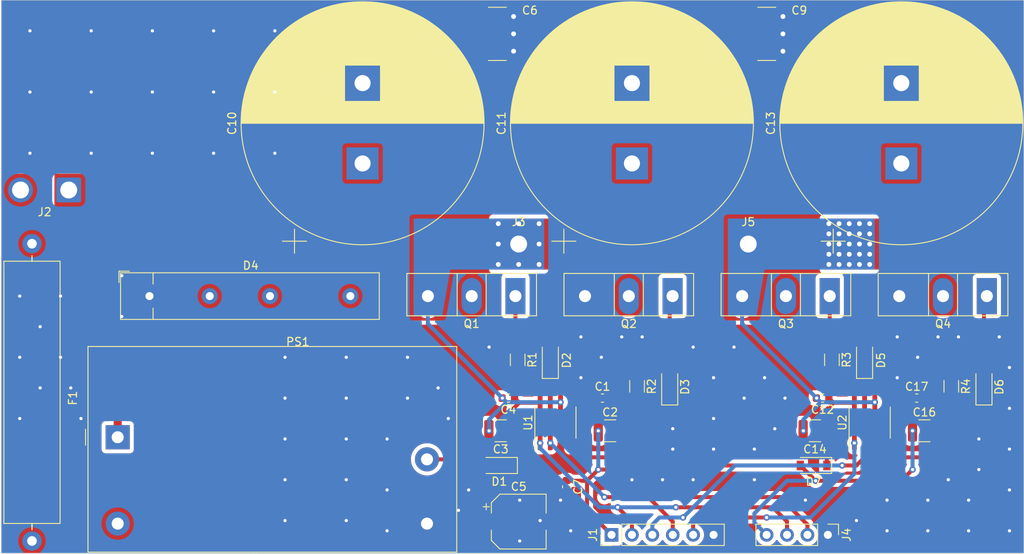
<source format=kicad_pcb>
(kicad_pcb (version 20171130) (host pcbnew "(5.1.9)-1")
  (title_block (title VFD) (date 2021-02-10) (rev 1.0) (company "Sean Olson"))
  (layers (0 F.Cu signal) (31 B.Cu signal) (34 B.Paste user) (35 F.Paste user) (36 B.SilkS user) (37 F.SilkS user) (38 B.Mask user) (39 F.Mask user) (44 Edge.Cuts user))
  (net 0 "")
  (net 1 GND)
  (net 2 +12V)
  (net 3 VOUT_A)
  (net 4 "Net-(C3-Pad1)")
  (net 5 VCC)
  (net 6 VOUT_B)
  (net 7 "Net-(C12-Pad1)")
  (net 8 "Net-(D2-Pad2)")
  (net 9 "Net-(D2-Pad1)")
  (net 10 "Net-(D3-Pad2)")
  (net 11 "Net-(D3-Pad1)")
  (net 12 "Net-(D4-Pad2)")
  (net 13 NEUT)
  (net 14 "Net-(D5-Pad2)")
  (net 15 "Net-(D5-Pad1)")
  (net 16 "Net-(D6-Pad2)")
  (net 17 "Net-(D6-Pad1)")
  (net 18 LINE)
  (net 19 DRV_C)
  (net 20 DRV_B)
  (net 21 DRV_D)
  (net 22 DRV_A)
  (module Connector_Wire:SolderWire-1.5sqmm_1x01_D1.7mm_OD3mm (layer F.Cu) (at 178.308 96.139)
    (fp_text reference J5 (at 0 -2.75) (layer F.SilkS))
    (fp_text value Screw_Terminal_01x01)
    (pad 1 thru_hole roundrect (at 0 0) (size 3.1 3.1) (drill 2.1) (layers *.Cu *.Mask) (roundrect_rratio 0.08064499999999999) (net 6 VOUT_B))
  )
  (module Connector_Wire:SolderWire-1.5sqmm_1x01_D1.7mm_OD3mm (layer F.Cu) (at 149.733 96.139)
    (fp_text reference J3 (at 0 -2.75) (layer F.SilkS))
    (fp_text value Screw_Terminal_01x01)
    (pad 1 thru_hole roundrect (at 0 0) (size 3.1 3.1) (drill 2.1) (layers *.Cu *.Mask) (roundrect_rratio 0.08064499999999999) (net 3 VOUT_A))
  )
  (module Capacitor_THT:CP_Radial_D30.0mm_P10.00mm_SnapIn (layer F.Cu) (at 130.302 86.106 90)
    (fp_text reference C10 (at 5 -16.25 90) (layer F.SilkS))
    (fp_text value 2200u)
    (pad 2 thru_hole circle (at 10 0 90) (size 4 4) (drill 2) (layers *.Cu *.Mask) (net 1 GND))
    (pad 1 thru_hole rect (at 0 0 90) (size 4 4) (drill 2) (layers *.Cu *.Mask) (net 5 VCC))
  )
  (module Resistor_SMD:R_1206_3216Metric (layer F.Cu) (at 149.606 110.5515 270)
    (fp_text reference R1 (at 0 -1.82 90) (layer F.SilkS))
    (fp_text value 0)
    (pad 2 smd roundrect (at 1.4625 0 270) (size 1.125 1.75) (layers F.Cu F.Paste F.Mask) (roundrect_rratio 0.222222) (net 9 "Net-(D2-Pad1)"))
    (pad 1 smd roundrect (at -1.4625 0 270) (size 1.125 1.75) (layers F.Cu F.Paste F.Mask) (roundrect_rratio 0.222222) (net 8 "Net-(D2-Pad2)"))
  )
  (module Diode_SMD:D_SOD-123 (layer F.Cu) (at 186.437 123.698 180)
    (fp_text reference D7 (at 0 -2) (layer F.SilkS))
    (fp_text value D)
    (pad 1 smd rect (at -1.65 0 180) (size 0.9 1.2) (layers F.Cu F.Paste F.Mask) (net 7 "Net-(C12-Pad1)"))
    (pad 2 smd rect (at 1.65 0 180) (size 0.9 1.2) (layers F.Cu F.Paste F.Mask) (net 2 +12V))
  )
  (module Diode_SMD:D_SOD-123 (layer F.Cu) (at 192.786 110.618 90)
    (fp_text reference D5 (at 0 2.032 90) (layer F.SilkS))
    (fp_text value D)
    (pad 1 smd rect (at -1.65 0 90) (size 0.9 1.2) (layers F.Cu F.Paste F.Mask) (net 15 "Net-(D5-Pad1)"))
    (pad 2 smd rect (at 1.65 0 90) (size 0.9 1.2) (layers F.Cu F.Paste F.Mask) (net 14 "Net-(D5-Pad2)"))
  )
  (module Diode_SMD:D_SOD-123 (layer F.Cu) (at 207.645 113.92 90)
    (fp_text reference D6 (at 0 1.905 90) (layer F.SilkS))
    (fp_text value D)
    (pad 1 smd rect (at -1.65 0 90) (size 0.9 1.2) (layers F.Cu F.Paste F.Mask) (net 17 "Net-(D6-Pad1)"))
    (pad 2 smd rect (at 1.65 0 90) (size 0.9 1.2) (layers F.Cu F.Paste F.Mask) (net 16 "Net-(D6-Pad2)"))
  )
  (module Package_SO:SOIC-8_3.9x4.9mm_P1.27mm (layer F.Cu) (at 193.421 118.364 90)
    (fp_text reference U2 (at 0 -3.4 90) (layer F.SilkS))
    (fp_text value 2ED2182S06F)
    (pad 1 smd roundrect (at -2.475 -1.905 90) (size 1.95 0.6) (layers F.Cu F.Paste F.Mask) (net 19 DRV_C))
    (pad 2 smd roundrect (at -2.475 -0.635 90) (size 1.95 0.6) (layers F.Cu F.Paste F.Mask) (net 21 DRV_D))
    (pad 3 smd roundrect (at -2.475 0.635 90) (size 1.95 0.6) (layers F.Cu F.Paste F.Mask) (net 1 GND))
    (pad 4 smd roundrect (at -2.475 1.905 90) (size 1.95 0.6) (layers F.Cu F.Paste F.Mask) (net 17 "Net-(D6-Pad1)"))
    (pad 5 smd roundrect (at 2.475 1.905 90) (size 1.95 0.6) (layers F.Cu F.Paste F.Mask) (net 2 +12V))
    (pad 6 smd roundrect (at 2.475 0.635 90) (size 1.95 0.6) (layers F.Cu F.Paste F.Mask) (net 6 VOUT_B))
    (pad 7 smd roundrect (at 2.475 -0.635 90) (size 1.95 0.6) (layers F.Cu F.Paste F.Mask) (net 15 "Net-(D5-Pad1)"))
    (pad 8 smd roundrect (at 2.475 -1.905 90) (size 1.95 0.6) (layers F.Cu F.Paste F.Mask) (net 7 "Net-(C12-Pad1)"))
  )
  (module Package_TO_SOT_THT:TO-247-3_Vertical (layer F.Cu) (at 188.446 102.616 180)
    (fp_text reference Q3 (at 5.45 -3.45) (layer F.SilkS))
    (fp_text value IPW60R037P7)
    (pad 1 thru_hole rect (at 0 0 180) (size 2.5 4.5) (drill 1.5) (layers *.Cu *.Mask) (net 14 "Net-(D5-Pad2)"))
    (pad 2 thru_hole oval (at 5.45 0 180) (size 2.5 4.5) (drill 1.5) (layers *.Cu *.Mask) (net 5 VCC))
    (pad 3 thru_hole oval (at 10.9 0 180) (size 2.5 4.5) (drill 1.5) (layers *.Cu *.Mask) (net 6 VOUT_B))
  )
  (module Package_TO_SOT_THT:TO-247-3_Vertical (layer F.Cu) (at 208.004 102.616 180)
    (fp_text reference Q4 (at 5.45 -3.45) (layer F.SilkS))
    (fp_text value IPW60R037P7)
    (pad 1 thru_hole rect (at 0 0 180) (size 2.5 4.5) (drill 1.5) (layers *.Cu *.Mask) (net 16 "Net-(D6-Pad2)"))
    (pad 2 thru_hole oval (at 5.45 0 180) (size 2.5 4.5) (drill 1.5) (layers *.Cu *.Mask) (net 6 VOUT_B))
    (pad 3 thru_hole oval (at 10.9 0 180) (size 2.5 4.5) (drill 1.5) (layers *.Cu *.Mask) (net 1 GND))
  )
  (module Resistor_SMD:R_1206_3216Metric (layer F.Cu) (at 188.722 110.5515 270)
    (fp_text reference R3 (at 0 -1.82 90) (layer F.SilkS))
    (fp_text value 0)
    (pad 1 smd roundrect (at -1.4625 0 270) (size 1.125 1.75) (layers F.Cu F.Paste F.Mask) (roundrect_rratio 0.222222) (net 14 "Net-(D5-Pad2)"))
    (pad 2 smd roundrect (at 1.4625 0 270) (size 1.125 1.75) (layers F.Cu F.Paste F.Mask) (roundrect_rratio 0.222222) (net 15 "Net-(D5-Pad1)"))
  )
  (module Resistor_SMD:R_1206_3216Metric (layer F.Cu) (at 203.581 113.8535 270)
    (fp_text reference R4 (at 0 -1.82 90) (layer F.SilkS))
    (fp_text value 0)
    (pad 1 smd roundrect (at -1.4625 0 270) (size 1.125 1.75) (layers F.Cu F.Paste F.Mask) (roundrect_rratio 0.222222) (net 16 "Net-(D6-Pad2)"))
    (pad 2 smd roundrect (at 1.4625 0 270) (size 1.125 1.75) (layers F.Cu F.Paste F.Mask) (roundrect_rratio 0.222222) (net 17 "Net-(D6-Pad1)"))
  )
  (module Capacitor_SMD:C_1210_3225Metric (layer F.Cu) (at 200.23 119.38)
    (fp_text reference C16 (at 0 -2.3) (layer F.SilkS))
    (fp_text value 10u)
    (pad 1 smd roundrect (at -1.475 0) (size 1.15 2.7) (layers F.Cu F.Paste F.Mask) (roundrect_rratio 0.217391) (net 2 +12V))
    (pad 2 smd roundrect (at 1.475 0) (size 1.15 2.7) (layers F.Cu F.Paste F.Mask) (roundrect_rratio 0.217391) (net 1 GND))
  )
  (module Capacitor_SMD:C_0603_1608Metric (layer F.Cu) (at 199.276 115.316)
    (fp_text reference C17 (at 0 -1.43) (layer F.SilkS))
    (fp_text value 0.1u)
    (pad 1 smd roundrect (at -0.775 0) (size 0.9 0.95) (layers F.Cu F.Paste F.Mask) (net 2 +12V))
    (pad 2 smd roundrect (at 0.775 0) (size 0.9 0.95) (layers F.Cu F.Paste F.Mask) (net 1 GND))
  )
  (module Capacitor_SMD:C_1210_3225Metric (layer F.Cu) (at 186.612 119.38 180)
    (fp_text reference C14 (at 0 -2.3) (layer F.SilkS))
    (fp_text value 10u)
    (pad 1 smd roundrect (at -1.475 0 180) (size 1.15 2.7) (layers F.Cu F.Paste F.Mask) (roundrect_rratio 0.217391) (net 7 "Net-(C12-Pad1)"))
    (pad 2 smd roundrect (at 1.475 0 180) (size 1.15 2.7) (layers F.Cu F.Paste F.Mask) (roundrect_rratio 0.217391) (net 6 VOUT_B))
  )
  (module Capacitor_SMD:C_0603_1608Metric (layer F.Cu) (at 187.566 115.316 180)
    (fp_text reference C12 (at 0 -1.43) (layer F.SilkS))
    (fp_text value 0.1u)
    (pad 1 smd roundrect (at -0.775 0 180) (size 0.9 0.95) (layers F.Cu F.Paste F.Mask) (net 7 "Net-(C12-Pad1)"))
    (pad 2 smd roundrect (at 0.775 0 180) (size 0.9 0.95) (layers F.Cu F.Paste F.Mask) (net 6 VOUT_B))
  )
  (module Resistor_SMD:R_1206_3216Metric (layer F.Cu) (at 164.465 113.8535 270)
    (fp_text reference R2 (at 0 -1.82 90) (layer F.SilkS))
    (fp_text value 0)
    (pad 2 smd roundrect (at 1.4625 0 270) (size 1.125 1.75) (layers F.Cu F.Paste F.Mask) (roundrect_rratio 0.222222) (net 11 "Net-(D3-Pad1)"))
    (pad 1 smd roundrect (at -1.4625 0 270) (size 1.125 1.75) (layers F.Cu F.Paste F.Mask) (roundrect_rratio 0.222222) (net 10 "Net-(D3-Pad2)"))
  )
  (module Package_SO:SOIC-8_3.9x4.9mm_P1.27mm (layer F.Cu) (at 154.305 118.364 90)
    (fp_text reference U1 (at 0 -3.4 90) (layer F.SilkS))
    (fp_text value 2ED2182S06F)
    (pad 8 smd roundrect (at 2.475 -1.905 90) (size 1.95 0.6) (layers F.Cu F.Paste F.Mask) (net 4 "Net-(C3-Pad1)"))
    (pad 7 smd roundrect (at 2.475 -0.635 90) (size 1.95 0.6) (layers F.Cu F.Paste F.Mask) (net 9 "Net-(D2-Pad1)"))
    (pad 6 smd roundrect (at 2.475 0.635 90) (size 1.95 0.6) (layers F.Cu F.Paste F.Mask) (net 3 VOUT_A))
    (pad 5 smd roundrect (at 2.475 1.905 90) (size 1.95 0.6) (layers F.Cu F.Paste F.Mask) (net 2 +12V))
    (pad 4 smd roundrect (at -2.475 1.905 90) (size 1.95 0.6) (layers F.Cu F.Paste F.Mask) (net 11 "Net-(D3-Pad1)"))
    (pad 3 smd roundrect (at -2.475 0.635 90) (size 1.95 0.6) (layers F.Cu F.Paste F.Mask) (net 1 GND))
    (pad 2 smd roundrect (at -2.475 -0.635 90) (size 1.95 0.6) (layers F.Cu F.Paste F.Mask) (net 20 DRV_B))
    (pad 1 smd roundrect (at -2.475 -1.905 90) (size 1.95 0.6) (layers F.Cu F.Paste F.Mask) (net 22 DRV_A))
  )
  (module Package_TO_SOT_THT:TO-247-3_Vertical (layer F.Cu) (at 168.888 102.616 180)
    (fp_text reference Q2 (at 5.45 -3.45) (layer F.SilkS))
    (fp_text value IPW60R037P7)
    (pad 3 thru_hole oval (at 10.9 0 180) (size 2.5 4.5) (drill 1.5) (layers *.Cu *.Mask) (net 1 GND))
    (pad 2 thru_hole oval (at 5.45 0 180) (size 2.5 4.5) (drill 1.5) (layers *.Cu *.Mask) (net 3 VOUT_A))
    (pad 1 thru_hole rect (at 0 0 180) (size 2.5 4.5) (drill 1.5) (layers *.Cu *.Mask) (net 10 "Net-(D3-Pad2)"))
  )
  (module Package_TO_SOT_THT:TO-247-3_Vertical (layer F.Cu) (at 149.33 102.616 180)
    (fp_text reference Q1 (at 5.45 -3.45) (layer F.SilkS))
    (fp_text value IPW60R037P7)
    (pad 3 thru_hole oval (at 10.9 0 180) (size 2.5 4.5) (drill 1.5) (layers *.Cu *.Mask) (net 3 VOUT_A))
    (pad 2 thru_hole oval (at 5.45 0 180) (size 2.5 4.5) (drill 1.5) (layers *.Cu *.Mask) (net 5 VCC))
    (pad 1 thru_hole rect (at 0 0 180) (size 2.5 4.5) (drill 1.5) (layers *.Cu *.Mask) (net 8 "Net-(D2-Pad2)"))
  )
  (module Converter_ACDC:Converter_ACDC_MeanWell_IRM-05-xx_THT (layer F.Cu) (at 99.822 120.186)
    (fp_text reference PS1 (at 22.42 -11.88) (layer F.SilkS))
    (fp_text value IRM-05-12)
    (pad 1 thru_hole rect (at 0 0) (size 3 3) (drill 1.5) (layers *.Cu *.Mask) (net 13 NEUT))
    (pad 4 thru_hole circle (at 38.5 2.75) (size 3 3) (drill 1.5) (layers *.Cu *.Mask) (net 2 +12V))
    (pad 2 thru_hole circle (at 0 10.75) (size 3 3) (drill 1.5) (layers *.Cu *.Mask) (net 12 "Net-(D4-Pad2)"))
    (pad 3 thru_hole circle (at 38.5 10.75) (size 3 3) (drill 1.5) (layers *.Cu *.Mask) (net 1 GND))
  )
  (module Connector_PinHeader_2.54mm:PinHeader_1x04_P2.54mm_Vertical (layer F.Cu) (at 188.214 132.334 270)
    (fp_text reference J4 (at 0 -2.33 90) (layer F.SilkS))
    (fp_text value Conn_01x04)
    (pad 4 thru_hole oval (at 0 7.62 270) (size 1.7 1.7) (drill 1) (layers *.Cu *.Mask) (net 2 +12V))
    (pad 3 thru_hole oval (at 0 5.08 270) (size 1.7 1.7) (drill 1) (layers *.Cu *.Mask) (net 22 DRV_A))
    (pad 2 thru_hole oval (at 0 2.54 270) (size 1.7 1.7) (drill 1) (layers *.Cu *.Mask) (net 20 DRV_B))
    (pad 1 thru_hole rect (at 0 0 270) (size 1.7 1.7) (drill 1) (layers *.Cu *.Mask) (net 1 GND))
  )
  (module Connector_Wire:SolderWire-1.5sqmm_1x02_P6mm_D1.7mm_OD3mm (layer F.Cu) (at 93.726 89.408 180)
    (fp_text reference J2 (at 3 -2.75) (layer F.SilkS))
    (fp_text value Screw_Terminal_01x02)
    (pad 2 thru_hole circle (at 6 0 180) (size 3.1 3.1) (drill 2.1) (layers *.Cu *.Mask) (net 18 LINE))
    (pad 1 thru_hole roundrect (at 0 0 180) (size 3.1 3.1) (drill 2.1) (layers *.Cu *.Mask) (roundrect_rratio 0.08064499999999999) (net 13 NEUT))
  )
  (module Connector_PinHeader_2.54mm:PinHeader_1x06_P2.54mm_Vertical (layer F.Cu) (at 161.29 132.334 90)
    (fp_text reference J1 (at 0 -2.33 90) (layer F.SilkS))
    (fp_text value Conn_01x06)
    (pad 6 thru_hole oval (at 0 12.7 90) (size 1.7 1.7) (drill 1) (layers *.Cu *.Mask) (net 1 GND))
    (pad 5 thru_hole oval (at 0 10.16 90) (size 1.7 1.7) (drill 1) (layers *.Cu *.Mask) (net 19 DRV_C))
    (pad 4 thru_hole oval (at 0 7.62 90) (size 1.7 1.7) (drill 1) (layers *.Cu *.Mask) (net 20 DRV_B))
    (pad 3 thru_hole oval (at 0 5.08 90) (size 1.7 1.7) (drill 1) (layers *.Cu *.Mask) (net 21 DRV_D))
    (pad 2 thru_hole oval (at 0 2.54 90) (size 1.7 1.7) (drill 1) (layers *.Cu *.Mask) (net 22 DRV_A))
    (pad 1 thru_hole rect (at 0 0 90) (size 1.7 1.7) (drill 1) (layers *.Cu *.Mask) (net 2 +12V))
  )
  (module Fuse:Fuse_SunFuse-6HP (layer F.Cu) (at 89.154 133.096 90)
    (fp_text reference F1 (at 17.78 5.08 90) (layer F.SilkS))
    (fp_text value 15)
    (pad 2 thru_hole circle (at 37 0 90) (size 2.4 2.4) (drill 1.2) (layers *.Cu *.Mask) (net 18 LINE))
    (pad 1 thru_hole circle (at 0 0 90) (size 2.4 2.4) (drill 1.2) (layers *.Cu *.Mask) (net 12 "Net-(D4-Pad2)"))
  )
  (module Diode_THT:Diode_Bridge_32.0x5.6x17.0mm_P10.0mm_P7.5mm (layer F.Cu) (at 103.778 102.616)
    (fp_text reference D4 (at 12.6 -3.8 180) (layer F.SilkS))
    (fp_text value D_Bridge_-AA+)
    (pad 1 thru_hole rect (at 0 0) (size 2 2) (drill 1) (layers *.Cu *.Mask) (net 1 GND))
    (pad 2 thru_hole circle (at 7.5 0) (size 2 2) (drill 1) (layers *.Cu *.Mask) (net 12 "Net-(D4-Pad2)"))
    (pad 3 thru_hole circle (at 15 0) (size 2 2) (drill 1) (layers *.Cu *.Mask) (net 13 NEUT))
    (pad 4 thru_hole circle (at 25 0) (size 2 2) (drill 1) (layers *.Cu *.Mask) (net 5 VCC))
  )
  (module Diode_SMD:D_SOD-123 (layer F.Cu) (at 168.529 113.92 90)
    (fp_text reference D3 (at 0 1.905 90) (layer F.SilkS))
    (fp_text value D)
    (pad 2 smd rect (at 1.65 0 90) (size 0.9 1.2) (layers F.Cu F.Paste F.Mask) (net 10 "Net-(D3-Pad2)"))
    (pad 1 smd rect (at -1.65 0 90) (size 0.9 1.2) (layers F.Cu F.Paste F.Mask) (net 11 "Net-(D3-Pad1)"))
  )
  (module Diode_SMD:D_SOD-123 (layer F.Cu) (at 153.67 110.618 90)
    (fp_text reference D2 (at 0 2.032 90) (layer F.SilkS))
    (fp_text value D)
    (pad 2 smd rect (at 1.65 0 90) (size 0.9 1.2) (layers F.Cu F.Paste F.Mask) (net 8 "Net-(D2-Pad2)"))
    (pad 1 smd rect (at -1.65 0 90) (size 0.9 1.2) (layers F.Cu F.Paste F.Mask) (net 9 "Net-(D2-Pad1)"))
  )
  (module Diode_SMD:D_SOD-123 (layer F.Cu) (at 147.321 123.698 180)
    (fp_text reference D1 (at 0 -2) (layer F.SilkS))
    (fp_text value D)
    (pad 2 smd rect (at 1.65 0 180) (size 0.9 1.2) (layers F.Cu F.Paste F.Mask) (net 2 +12V))
    (pad 1 smd rect (at -1.65 0 180) (size 0.9 1.2) (layers F.Cu F.Paste F.Mask) (net 4 "Net-(C3-Pad1)"))
  )
  (module Capacitor_THT:CP_Radial_D30.0mm_P10.00mm_SnapIn (layer F.Cu) (at 197.358 86.106 90)
    (fp_text reference C13 (at 5 -16.25 90) (layer F.SilkS))
    (fp_text value 2200u)
    (pad 2 thru_hole circle (at 10 0 90) (size 4 4) (drill 2) (layers *.Cu *.Mask) (net 1 GND))
    (pad 1 thru_hole rect (at 0 0 90) (size 4 4) (drill 2) (layers *.Cu *.Mask) (net 5 VCC))
  )
  (module Capacitor_THT:CP_Radial_D30.0mm_P10.00mm_SnapIn (layer F.Cu) (at 163.83 86.106 90)
    (fp_text reference C11 (at 5 -16.25 90) (layer F.SilkS))
    (fp_text value 2200u)
    (pad 2 thru_hole circle (at 10 0 90) (size 4 4) (drill 2) (layers *.Cu *.Mask) (net 1 GND))
    (pad 1 thru_hole rect (at 0 0 90) (size 4 4) (drill 2) (layers *.Cu *.Mask) (net 5 VCC))
  )
  (module Capacitor_SMD:C_1825_4564Metric (layer F.Cu) (at 180.612 69.977)
    (fp_text reference C9 (at 4.046 -2.921) (layer F.SilkS))
    (fp_text value 0.1u)
    (pad 2 smd roundrect (at 2.05 0) (size 1.4 6.8) (layers F.Cu F.Paste F.Mask) (roundrect_rratio 0.178571) (net 1 GND))
    (pad 1 smd roundrect (at -2.05 0) (size 1.4 6.8) (layers F.Cu F.Paste F.Mask) (roundrect_rratio 0.178571) (net 5 VCC))
  )
  (module Capacitor_SMD:C_0603_1608Metric (layer F.Cu) (at 155.702 126.352 270)
    (fp_text reference C7 (at 0 -1.43 90) (layer F.SilkS))
    (fp_text value 0.1u)
    (pad 2 smd roundrect (at 0.775 0 270) (size 0.9 0.95) (layers F.Cu F.Paste F.Mask) (net 1 GND))
    (pad 1 smd roundrect (at -0.775 0 270) (size 0.9 0.95) (layers F.Cu F.Paste F.Mask) (net 2 +12V))
  )
  (module Capacitor_SMD:C_1825_4564Metric (layer F.Cu) (at 147.084 69.977)
    (fp_text reference C6 (at 4.046 -2.921) (layer F.SilkS))
    (fp_text value 0.1u)
    (pad 2 smd roundrect (at 2.05 0) (size 1.4 6.8) (layers F.Cu F.Paste F.Mask) (roundrect_rratio 0.178571) (net 1 GND))
    (pad 1 smd roundrect (at -2.05 0) (size 1.4 6.8) (layers F.Cu F.Paste F.Mask) (roundrect_rratio 0.178571) (net 5 VCC))
  )
  (module Capacitor_SMD:CP_Elec_6.3x5.4 (layer F.Cu) (at 149.739 130.683)
    (fp_text reference C5 (at 0 -4.35) (layer F.SilkS))
    (fp_text value 100u)
    (pad 2 smd roundrect (at 2.8 0) (size 3.5 1.6) (layers F.Cu F.Paste F.Mask) (roundrect_rratio 0.15625) (net 1 GND))
    (pad 1 smd roundrect (at -2.8 0) (size 3.5 1.6) (layers F.Cu F.Paste F.Mask) (roundrect_rratio 0.15625) (net 2 +12V))
  )
  (module Capacitor_SMD:C_0603_1608Metric (layer F.Cu) (at 148.45 115.316 180)
    (fp_text reference C4 (at 0 -1.43) (layer F.SilkS))
    (fp_text value 0.1u)
    (pad 2 smd roundrect (at 0.775 0 180) (size 0.9 0.95) (layers F.Cu F.Paste F.Mask) (net 3 VOUT_A))
    (pad 1 smd roundrect (at -0.775 0 180) (size 0.9 0.95) (layers F.Cu F.Paste F.Mask) (net 4 "Net-(C3-Pad1)"))
  )
  (module Capacitor_SMD:C_1210_3225Metric (layer F.Cu) (at 147.496 119.38 180)
    (fp_text reference C3 (at 0 -2.3) (layer F.SilkS))
    (fp_text value 10u)
    (pad 2 smd roundrect (at 1.475 0 180) (size 1.15 2.7) (layers F.Cu F.Paste F.Mask) (roundrect_rratio 0.217391) (net 3 VOUT_A))
    (pad 1 smd roundrect (at -1.475 0 180) (size 1.15 2.7) (layers F.Cu F.Paste F.Mask) (roundrect_rratio 0.217391) (net 4 "Net-(C3-Pad1)"))
  )
  (module Capacitor_SMD:C_1210_3225Metric (layer F.Cu) (at 161.114 119.38)
    (fp_text reference C2 (at 0 -2.3) (layer F.SilkS))
    (fp_text value 10u)
    (pad 2 smd roundrect (at 1.475 0) (size 1.15 2.7) (layers F.Cu F.Paste F.Mask) (roundrect_rratio 0.217391) (net 1 GND))
    (pad 1 smd roundrect (at -1.475 0) (size 1.15 2.7) (layers F.Cu F.Paste F.Mask) (roundrect_rratio 0.217391) (net 2 +12V))
  )
  (module Capacitor_SMD:C_0603_1608Metric (layer F.Cu) (at 160.16 115.316)
    (fp_text reference C1 (at 0 -1.43) (layer F.SilkS))
    (fp_text value 0.1u)
    (pad 2 smd roundrect (at 0.775 0) (size 0.9 0.95) (layers F.Cu F.Paste F.Mask) (net 1 GND))
    (pad 1 smd roundrect (at -0.775 0) (size 0.9 0.95) (layers F.Cu F.Paste F.Mask) (net 2 +12V))
  )
  (gr_line (start 85.344 134.62) (end 85.344 65.786) (layer Edge.Cuts) (width 0.05))
  (gr_line (start 212.598 134.62) (end 85.344 134.62) (layer Edge.Cuts) (width 0.05))
  (gr_line (start 212.598 65.786) (end 212.598 134.62) (layer Edge.Cuts) (width 0.05))
  (gr_line (start 85.344 65.786) (end 212.598 65.786) (layer Edge.Cuts) (width 0.05))
  (via (at 152.4 130.556) (size 0.8) (drill 0.4) (layers F.Cu B.Cu) (net 1))
  (via (at 182.626 72.136) (size 1.2) (drill 0.6) (layers F.Cu B.Cu) (net 1))
  (via (at 182.626 69.977) (size 1.2) (drill 0.6) (layers F.Cu B.Cu) (net 1))
  (via (at 182.626 67.818) (size 1.2) (drill 0.6) (layers F.Cu B.Cu) (net 1))
  (via (at 149.098 72.136) (size 1.2) (drill 0.6) (layers F.Cu B.Cu) (net 1))
  (via (at 149.098 69.977) (size 1.2) (drill 0.6) (layers F.Cu B.Cu) (net 1))
  (via (at 149.098 67.818) (size 1.2) (drill 0.6) (layers F.Cu B.Cu) (net 1))
  (via (at 87.63 102.616) (size 0.8) (drill 0.4) (layers F.Cu B.Cu) (net 1))
  (via (at 92.71 102.616) (size 0.8) (drill 0.4) (layers F.Cu B.Cu) (net 1))
  (via (at 92.71 110.236) (size 0.8) (drill 0.4) (layers F.Cu B.Cu) (net 1))
  (via (at 87.63 110.236) (size 0.8) (drill 0.4) (layers F.Cu B.Cu) (net 1))
  (via (at 87.63 117.856) (size 0.8) (drill 0.4) (layers F.Cu B.Cu) (net 1))
  (via (at 95.25 117.856) (size 0.8) (drill 0.4) (layers F.Cu B.Cu) (net 1))
  (via (at 100.33 105.156) (size 0.8) (drill 0.4) (layers F.Cu B.Cu) (net 1))
  (via (at 100.33 100.076) (size 0.8) (drill 0.4) (layers F.Cu B.Cu) (net 1))
  (via (at 120.65 110.236) (size 0.8) (drill 0.4) (layers F.Cu B.Cu) (net 1))
  (via (at 128.27 110.236) (size 0.8) (drill 0.4) (layers F.Cu B.Cu) (net 1))
  (via (at 135.89 110.236) (size 0.8) (drill 0.4) (layers F.Cu B.Cu) (net 1))
  (via (at 120.65 115.316) (size 0.8) (drill 0.4) (layers F.Cu B.Cu) (net 1))
  (via (at 120.65 120.396) (size 0.8) (drill 0.4) (layers F.Cu B.Cu) (net 1))
  (via (at 120.65 125.476) (size 0.8) (drill 0.4) (layers F.Cu B.Cu) (net 1))
  (via (at 120.65 130.556) (size 0.8) (drill 0.4) (layers F.Cu B.Cu) (net 1))
  (via (at 128.27 130.556) (size 0.8) (drill 0.4) (layers F.Cu B.Cu) (net 1))
  (via (at 128.27 125.476) (size 0.8) (drill 0.4) (layers F.Cu B.Cu) (net 1))
  (via (at 128.27 120.396) (size 0.8) (drill 0.4) (layers F.Cu B.Cu) (net 1))
  (via (at 128.27 115.316) (size 0.8) (drill 0.4) (layers F.Cu B.Cu) (net 1))
  (via (at 135.89 115.316) (size 0.8) (drill 0.4) (layers F.Cu B.Cu) (net 1))
  (via (at 133.35 120.396) (size 0.8) (drill 0.4) (layers F.Cu B.Cu) (net 1))
  (via (at 133.35 126.746) (size 0.8) (drill 0.4) (layers F.Cu B.Cu) (net 1))
  (via (at 146.05 108.966) (size 0.8) (drill 0.4) (layers F.Cu B.Cu) (net 1))
  (via (at 140.97 117.856) (size 0.8) (drill 0.4) (layers F.Cu B.Cu) (net 1))
  (via (at 149.86 128.016) (size 0.8) (drill 0.4) (layers F.Cu B.Cu) (net 1))
  (via (at 154.94 128.016) (size 0.8) (drill 0.4) (layers F.Cu B.Cu) (net 1))
  (via (at 156.21 131.826) (size 0.8) (drill 0.4) (layers F.Cu B.Cu) (net 1))
  (via (at 149.86 133.096) (size 0.8) (drill 0.4) (layers F.Cu B.Cu) (net 1))
  (via (at 133.35 131.826) (size 0.8) (drill 0.4) (layers F.Cu B.Cu) (net 1))
  (via (at 143.51 126.746) (size 0.8) (drill 0.4) (layers F.Cu B.Cu) (net 1))
  (via (at 142.24 129.286) (size 0.8) (drill 0.4) (layers F.Cu B.Cu) (net 1))
  (via (at 139.7 114.046) (size 0.8) (drill 0.4) (layers F.Cu B.Cu) (net 1))
  (via (at 90.17 106.426) (size 0.8) (drill 0.4) (layers F.Cu B.Cu) (net 1))
  (via (at 90.17 114.046) (size 0.8) (drill 0.4) (layers F.Cu B.Cu) (net 1))
  (via (at 93.98 114.046) (size 0.8) (drill 0.4) (layers F.Cu B.Cu) (net 1))
  (via (at 88.9 69.596) (size 0.8) (drill 0.4) (layers F.Cu B.Cu) (net 1))
  (via (at 96.52 69.596) (size 0.8) (drill 0.4) (layers F.Cu B.Cu) (net 1))
  (via (at 104.14 69.596) (size 0.8) (drill 0.4) (layers F.Cu B.Cu) (net 1))
  (via (at 111.76 69.596) (size 0.8) (drill 0.4) (layers F.Cu B.Cu) (net 1))
  (via (at 119.38 69.596) (size 0.8) (drill 0.4) (layers F.Cu B.Cu) (net 1))
  (via (at 119.38 77.216) (size 0.8) (drill 0.4) (layers F.Cu B.Cu) (net 1))
  (via (at 119.38 84.836) (size 0.8) (drill 0.4) (layers F.Cu B.Cu) (net 1))
  (via (at 111.76 84.836) (size 0.8) (drill 0.4) (layers F.Cu B.Cu) (net 1))
  (via (at 104.14 84.836) (size 0.8) (drill 0.4) (layers F.Cu B.Cu) (net 1))
  (via (at 96.52 84.836) (size 0.8) (drill 0.4) (layers F.Cu B.Cu) (net 1))
  (via (at 88.9 84.836) (size 0.8) (drill 0.4) (layers F.Cu B.Cu) (net 1))
  (via (at 88.9 77.216) (size 0.8) (drill 0.4) (layers F.Cu B.Cu) (net 1))
  (via (at 96.52 77.216) (size 0.8) (drill 0.4) (layers F.Cu B.Cu) (net 1))
  (via (at 104.14 77.216) (size 0.8) (drill 0.4) (layers F.Cu B.Cu) (net 1))
  (via (at 111.76 77.216) (size 0.8) (drill 0.4) (layers F.Cu B.Cu) (net 1))
  (via (at 157.48 107.696) (size 0.8) (drill 0.4) (layers F.Cu B.Cu) (net 1))
  (via (at 162.56 107.696) (size 0.8) (drill 0.4) (layers F.Cu B.Cu) (net 1))
  (via (at 165.1 107.696) (size 0.8) (drill 0.4) (layers F.Cu B.Cu) (net 1))
  (via (at 160.02 110.236) (size 0.8) (drill 0.4) (layers F.Cu B.Cu) (net 1))
  (via (at 157.48 112.776) (size 0.8) (drill 0.4) (layers F.Cu B.Cu) (net 1))
  (via (at 171.45 108.966) (size 0.8) (drill 0.4) (layers F.Cu B.Cu) (net 1))
  (via (at 176.53 108.966) (size 0.8) (drill 0.4) (layers F.Cu B.Cu) (net 1))
  (via (at 180.34 112.776) (size 0.8) (drill 0.4) (layers F.Cu B.Cu) (net 1))
  (via (at 182.88 115.316) (size 0.8) (drill 0.4) (layers F.Cu B.Cu) (net 1))
  (via (at 181.61 119.126) (size 0.8) (drill 0.4) (layers F.Cu B.Cu) (net 1))
  (via (at 179.07 121.666) (size 0.8) (drill 0.4) (layers F.Cu B.Cu) (net 1))
  (via (at 173.99 121.666) (size 0.8) (drill 0.4) (layers F.Cu B.Cu) (net 1))
  (via (at 168.91 121.666) (size 0.8) (drill 0.4) (layers F.Cu B.Cu) (net 1))
  (via (at 168.91 119.126) (size 0.8) (drill 0.4) (layers F.Cu B.Cu) (net 1))
  (via (at 173.99 117.856) (size 0.8) (drill 0.4) (layers F.Cu B.Cu) (net 1))
  (via (at 177.8 115.316) (size 0.8) (drill 0.4) (layers F.Cu B.Cu) (net 1))
  (via (at 173.99 112.776) (size 0.8) (drill 0.4) (layers F.Cu B.Cu) (net 1))
  (via (at 196.85 107.696) (size 0.8) (drill 0.4) (layers F.Cu B.Cu) (net 1))
  (via (at 201.93 107.696) (size 0.8) (drill 0.4) (layers F.Cu B.Cu) (net 1))
  (via (at 204.47 107.696) (size 0.8) (drill 0.4) (layers F.Cu B.Cu) (net 1))
  (via (at 199.39 110.236) (size 0.8) (drill 0.4) (layers F.Cu B.Cu) (net 1))
  (via (at 196.85 112.776) (size 0.8) (drill 0.4) (layers F.Cu B.Cu) (net 1))
  (via (at 209.55 107.696) (size 0.8) (drill 0.4) (layers F.Cu B.Cu) (net 1))
  (via (at 210.82 111.506) (size 0.8) (drill 0.4) (layers F.Cu B.Cu) (net 1))
  (via (at 210.82 116.586) (size 0.8) (drill 0.4) (layers F.Cu B.Cu) (net 1))
  (via (at 210.82 121.666) (size 0.8) (drill 0.4) (layers F.Cu B.Cu) (net 1))
  (via (at 210.82 126.746) (size 0.8) (drill 0.4) (layers F.Cu B.Cu) (net 1))
  (via (at 210.82 131.826) (size 0.8) (drill 0.4) (layers F.Cu B.Cu) (net 1))
  (via (at 205.74 131.826) (size 0.8) (drill 0.4) (layers F.Cu B.Cu) (net 1))
  (via (at 200.66 131.826) (size 0.8) (drill 0.4) (layers F.Cu B.Cu) (net 1))
  (via (at 195.58 131.826) (size 0.8) (drill 0.4) (layers F.Cu B.Cu) (net 1))
  (via (at 195.58 128.016) (size 0.8) (drill 0.4) (layers F.Cu B.Cu) (net 1))
  (via (at 200.66 128.016) (size 0.8) (drill 0.4) (layers F.Cu B.Cu) (net 1))
  (via (at 205.74 128.016) (size 0.8) (drill 0.4) (layers F.Cu B.Cu) (net 1))
  (via (at 207.01 124.206) (size 0.8) (drill 0.4) (layers F.Cu B.Cu) (net 1))
  (via (at 191.77 130.556) (size 0.8) (drill 0.4) (layers F.Cu B.Cu) (net 1))
  (via (at 207.01 120.396) (size 0.8) (drill 0.4) (layers F.Cu B.Cu) (net 1))
  (via (at 203.2 125.476) (size 0.8) (drill 0.4) (layers F.Cu B.Cu) (net 1))
  (via (at 185.42 128.016) (size 0.8) (drill 0.4) (layers F.Cu B.Cu) (net 1))
  (via (at 179.07 125.476) (size 0.8) (drill 0.4) (layers F.Cu B.Cu) (net 1))
  (via (at 171.45 125.476) (size 0.8) (drill 0.4) (layers F.Cu B.Cu) (net 1))
  (via (at 167.64 125.476) (size 0.8) (drill 0.4) (layers F.Cu B.Cu) (net 1))
  (via (at 163.83 125.476) (size 0.8) (drill 0.4) (layers F.Cu B.Cu) (net 1))
  (segment (start 156.21 115.889) (end 158.812 115.889) (width 0.5) (layer F.Cu) (net 2))
  (segment (start 158.812 115.889) (end 159.385 115.316) (width 0.5) (layer F.Cu) (net 2))
  (segment (start 159.639 116.716) (end 158.812 115.889) (width 0.5) (layer F.Cu) (net 2))
  (segment (start 159.639 119.38) (end 159.639 119.38) (width 0.5) (layer F.Cu) (net 2))
  (segment (start 198.755 116.716) (end 197.928 115.889) (width 0.5) (layer F.Cu) (net 2))
  (segment (start 198.755 119.38) (end 198.755 116.716) (width 0.5) (layer F.Cu) (net 2))
  (segment (start 197.928 115.889) (end 198.501 115.316) (width 0.5) (layer F.Cu) (net 2))
  (segment (start 195.326 115.889) (end 197.928 115.889) (width 0.5) (layer F.Cu) (net 2))
  (segment (start 138.322 122.936) (end 144.907 122.936) (width 0.5) (layer F.Cu) (net 2))
  (segment (start 144.907 122.936) (end 145.669 123.698) (width 0.5) (layer F.Cu) (net 2))
  (segment (start 145.669 123.698) (end 145.669 123.698) (width 0.5) (layer F.Cu) (net 2))
  (segment (start 145.671 123.698) (end 147.576 125.603) (width 0.5) (layer F.Cu) (net 2))
  (segment (start 157.48 125.603) (end 157.48 125.603) (width 0.5) (layer F.Cu) (net 2))
  (segment (start 159.639 119.38) (end 159.639 116.716) (width 0.5) (layer F.Cu) (net 2))
  (via (at 159.639 119.38) (size 0.8) (drill 0.4) (layers F.Cu B.Cu) (net 2))
  (segment (start 146.939 126.24) (end 147.576 125.603) (width 0.5) (layer F.Cu) (net 2))
  (segment (start 146.939 130.683) (end 146.939 126.24) (width 0.5) (layer F.Cu) (net 2))
  (via (at 159.639 124.206) (size 0.8) (drill 0.4) (layers F.Cu B.Cu) (net 2))
  (segment (start 147.576 125.603) (end 157.861 125.603) (width 0.5) (layer F.Cu) (net 2))
  (segment (start 159.639 119.38) (end 159.639 124.206) (width 0.5) (layer B.Cu) (net 2))
  (segment (start 158.242 125.603) (end 157.861 125.603) (width 0.5) (layer F.Cu) (net 2))
  (segment (start 159.639 124.206) (end 158.242 125.603) (width 0.5) (layer F.Cu) (net 2))
  (segment (start 184.787 123.698) (end 166.37 123.698) (width 0.5) (layer F.Cu) (net 2))
  (segment (start 165.862 124.206) (end 159.639 124.206) (width 0.5) (layer F.Cu) (net 2))
  (segment (start 166.37 123.698) (end 165.862 124.206) (width 0.5) (layer F.Cu) (net 2))
  (via (at 198.755 119.38) (size 0.8) (drill 0.4) (layers F.Cu B.Cu) (net 2))
  (segment (start 198.755 119.38) (end 198.755 124.206) (width 0.5) (layer B.Cu) (net 2))
  (via (at 198.755 124.206) (size 0.8) (drill 0.4) (layers F.Cu B.Cu) (net 2))
  (segment (start 186.692 125.603) (end 186.692 125.603) (width 0.5) (layer F.Cu) (net 2))
  (segment (start 184.787 123.698) (end 186.692 125.603) (width 0.5) (layer F.Cu) (net 2))
  (segment (start 198.755 124.206) (end 197.358 125.603) (width 0.5) (layer F.Cu) (net 2))
  (segment (start 197.358 125.603) (end 196.977 125.603) (width 0.5) (layer F.Cu) (net 2))
  (segment (start 158.242 125.603) (end 158.242 129.286) (width 0.5) (layer F.Cu) (net 2))
  (segment (start 158.242 129.286) (end 161.29 132.334) (width 0.5) (layer F.Cu) (net 2))
  (segment (start 186.692 125.603) (end 196.977 125.603) (width 0.5) (layer F.Cu) (net 2))
  (via (at 186.692 125.603) (size 0.8) (drill 0.4) (layers F.Cu B.Cu) (net 2))
  (segment (start 180.594 132.334) (end 179.07 130.81) (width 0.5) (layer B.Cu) (net 2))
  (segment (start 179.07 130.81) (end 179.07 129.667) (width 0.5) (layer B.Cu) (net 2))
  (segment (start 183.134 125.603) (end 186.692 125.603) (width 0.5) (layer B.Cu) (net 2))
  (segment (start 179.07 129.667) (end 183.134 125.603) (width 0.5) (layer B.Cu) (net 2))
  (via (at 154.94 115.824) (size 0.8) (drill 0.4) (layers F.Cu B.Cu) (net 3))
  (via (at 147.701 115.316) (size 0.8) (drill 0.4) (layers F.Cu B.Cu) (net 3))
  (via (at 146.05 119.38) (size 0.8) (drill 0.4) (layers F.Cu B.Cu) (net 3))
  (via (at 147.193 93.599) (size 1.2) (drill 0.6) (layers F.Cu B.Cu) (net 3))
  (via (at 147.193 98.679) (size 1.2) (drill 0.6) (layers F.Cu B.Cu) (net 3))
  (via (at 152.273 93.599) (size 1.2) (drill 0.6) (layers F.Cu B.Cu) (net 3))
  (via (at 152.273 98.679) (size 1.2) (drill 0.6) (layers F.Cu B.Cu) (net 3))
  (segment (start 148.209 115.824) (end 147.701 115.316) (width 0.5) (layer B.Cu) (net 3))
  (segment (start 154.94 115.824) (end 148.209 115.824) (width 0.5) (layer B.Cu) (net 3))
  (segment (start 138.43 106.045) (end 143.0655 110.6805) (width 0.5) (layer B.Cu) (net 3))
  (segment (start 138.43 102.616) (end 138.43 106.045) (width 0.5) (layer B.Cu) (net 3))
  (segment (start 146.05 117.983) (end 148.209 115.824) (width 0.5) (layer B.Cu) (net 3))
  (segment (start 146.05 119.38) (end 146.05 117.983) (width 0.5) (layer B.Cu) (net 3))
  (segment (start 143.0655 110.6805) (end 147.701 115.316) (width 0.5) (layer B.Cu) (net 3))
  (via (at 149.733 93.599) (size 1.2) (drill 0.6) (layers F.Cu B.Cu) (net 3))
  (via (at 149.733 98.679) (size 1.2) (drill 0.6) (layers F.Cu B.Cu) (net 3))
  (via (at 152.273 96.139) (size 1.2) (drill 0.6) (layers F.Cu B.Cu) (net 3))
  (via (at 147.193 96.139) (size 1.2) (drill 0.6) (layers F.Cu B.Cu) (net 3))
  (segment (start 152.4 115.889) (end 149.798 115.889) (width 0.5) (layer F.Cu) (net 4))
  (segment (start 149.798 115.889) (end 149.225 115.316) (width 0.5) (layer F.Cu) (net 4))
  (segment (start 148.971 116.716) (end 149.798 115.889) (width 0.5) (layer F.Cu) (net 4))
  (segment (start 148.971 119.38) (end 148.971 116.716) (width 0.5) (layer F.Cu) (net 4))
  (segment (start 148.971 123.698) (end 148.971 119.38) (width 0.5) (layer F.Cu) (net 4))
  (via (at 186.817 115.316) (size 0.8) (drill 0.4) (layers F.Cu B.Cu) (net 6))
  (via (at 185.166 119.38) (size 0.8) (drill 0.4) (layers F.Cu B.Cu) (net 6))
  (via (at 194.056 115.824) (size 0.8) (drill 0.4) (layers F.Cu B.Cu) (net 6))
  (segment (start 194.056 115.824) (end 187.325 115.824) (width 0.5) (layer B.Cu) (net 6))
  (segment (start 187.325 115.824) (end 186.817 115.316) (width 0.5) (layer B.Cu) (net 6))
  (segment (start 177.546 102.616) (end 177.546 106.045) (width 0.5) (layer B.Cu) (net 6))
  (segment (start 185.166 119.38) (end 185.166 117.983) (width 0.5) (layer B.Cu) (net 6))
  (segment (start 185.166 117.983) (end 187.325 115.824) (width 0.5) (layer B.Cu) (net 6))
  (segment (start 177.546 106.045) (end 186.817 115.316) (width 0.5) (layer B.Cu) (net 6))
  (via (at 193.421 97.409) (size 1.2) (drill 0.6) (layers F.Cu B.Cu) (net 6))
  (via (at 192.151 98.679) (size 1.2) (drill 0.6) (layers F.Cu B.Cu) (net 6))
  (via (at 189.611 93.599) (size 1.2) (drill 0.6) (layers F.Cu B.Cu) (net 6))
  (via (at 188.341 98.679) (size 1.2) (drill 0.6) (layers F.Cu B.Cu) (net 6))
  (via (at 192.151 93.599) (size 1.2) (drill 0.6) (layers F.Cu B.Cu) (net 6))
  (via (at 188.341 97.409) (size 1.2) (drill 0.6) (layers F.Cu B.Cu) (net 6))
  (via (at 188.341 94.869) (size 1.2) (drill 0.6) (layers F.Cu B.Cu) (net 6))
  (via (at 193.421 98.679) (size 1.2) (drill 0.6) (layers F.Cu B.Cu) (net 6))
  (via (at 189.611 98.679) (size 1.2) (drill 0.6) (layers F.Cu B.Cu) (net 6))
  (via (at 188.341 96.139) (size 1.2) (drill 0.6) (layers F.Cu B.Cu) (net 6))
  (via (at 193.421 94.869) (size 1.2) (drill 0.6) (layers F.Cu B.Cu) (net 6))
  (via (at 193.421 93.599) (size 1.2) (drill 0.6) (layers F.Cu B.Cu) (net 6))
  (via (at 193.421 96.139) (size 1.2) (drill 0.6) (layers F.Cu B.Cu) (net 6))
  (via (at 188.341 93.599) (size 1.2) (drill 0.6) (layers F.Cu B.Cu) (net 6))
  (via (at 190.881 98.679) (size 1.2) (drill 0.6) (layers F.Cu B.Cu) (net 6))
  (via (at 190.881 93.599) (size 1.2) (drill 0.6) (layers F.Cu B.Cu) (net 6))
  (via (at 189.611 94.869) (size 1.2) (drill 0.6) (layers F.Cu B.Cu) (net 6))
  (via (at 190.881 94.869) (size 1.2) (drill 0.6) (layers F.Cu B.Cu) (net 6))
  (via (at 192.151 94.869) (size 1.2) (drill 0.6) (layers F.Cu B.Cu) (net 6))
  (via (at 192.151 96.139) (size 1.2) (drill 0.6) (layers F.Cu B.Cu) (net 6))
  (via (at 190.881 96.139) (size 1.2) (drill 0.6) (layers F.Cu B.Cu) (net 6))
  (via (at 189.611 96.139) (size 1.2) (drill 0.6) (layers F.Cu B.Cu) (net 6))
  (via (at 189.611 97.409) (size 1.2) (drill 0.6) (layers F.Cu B.Cu) (net 6))
  (via (at 190.881 97.409) (size 1.2) (drill 0.6) (layers F.Cu B.Cu) (net 6))
  (via (at 192.151 97.409) (size 1.2) (drill 0.6) (layers F.Cu B.Cu) (net 6))
  (segment (start 191.516 115.889) (end 188.914 115.889) (width 0.5) (layer F.Cu) (net 7))
  (segment (start 188.914 115.889) (end 188.341 115.316) (width 0.5) (layer F.Cu) (net 7))
  (segment (start 188.087 116.716) (end 188.914 115.889) (width 0.5) (layer F.Cu) (net 7))
  (segment (start 188.087 119.38) (end 188.087 116.716) (width 0.5) (layer F.Cu) (net 7))
  (segment (start 188.087 123.698) (end 188.087 119.38) (width 0.5) (layer F.Cu) (net 7))
  (segment (start 149.33 108.817) (end 149.606 109.093) (width 0.5) (layer F.Cu) (net 8))
  (segment (start 149.33 105.686) (end 149.33 108.817) (width 0.5) (layer F.Cu) (net 8))
  (segment (start 149.33 102.616) (end 149.33 105.686) (width 0.5) (layer F.Cu) (net 8))
  (segment (start 152.612 108.968) (end 149.33 105.686) (width 0.5) (layer F.Cu) (net 8))
  (segment (start 153.67 108.968) (end 152.612 108.968) (width 0.5) (layer F.Cu) (net 8))
  (segment (start 153.67 115.889) (end 153.67 114.3) (width 0.5) (layer F.Cu) (net 9))
  (segment (start 153.67 114.3) (end 151.384 112.014) (width 0.5) (layer F.Cu) (net 9))
  (segment (start 151.384 112.014) (end 149.606 112.014) (width 0.5) (layer F.Cu) (net 9))
  (segment (start 153.67 112.268) (end 153.67 114.3) (width 0.5) (layer F.Cu) (net 9))
  (segment (start 168.529 112.27) (end 168.529 108.331) (width 0.5) (layer F.Cu) (net 10))
  (segment (start 168.525 108.331) (end 168.529 108.331) (width 0.5) (layer F.Cu) (net 10))
  (segment (start 164.465 112.391) (end 168.525 108.331) (width 0.5) (layer F.Cu) (net 10))
  (segment (start 168.529 108.331) (end 168.529 102.997) (width 0.5) (layer F.Cu) (net 10))
  (segment (start 168.529 102.997) (end 168.91 102.616) (width 0.5) (layer F.Cu) (net 10))
  (segment (start 158.053 122.682) (end 163.83 122.682) (width 0.5) (layer F.Cu) (net 11))
  (segment (start 163.83 122.682) (end 164.846 121.666) (width 0.5) (layer F.Cu) (net 11))
  (segment (start 164.846 115.697) (end 164.465 115.316) (width 0.5) (layer F.Cu) (net 11))
  (segment (start 168.529 115.57) (end 164.846 119.253) (width 0.5) (layer F.Cu) (net 11))
  (segment (start 164.846 119.253) (end 164.846 115.697) (width 0.5) (layer F.Cu) (net 11))
  (segment (start 164.846 121.666) (end 164.846 119.253) (width 0.5) (layer F.Cu) (net 11))
  (segment (start 156.21 120.839) (end 158.053 122.682) (width 0.5) (layer F.Cu) (net 11))
  (segment (start 99.822 120.186) (end 99.822 112.268) (width 1) (layer F.Cu) (net 13))
  (segment (start 99.822 112.268) (end 96.266 108.712) (width 1) (layer F.Cu) (net 13))
  (segment (start 96.266 108.712) (end 96.266 96.52) (width 1) (layer F.Cu) (net 13))
  (segment (start 188.446 102.616) (end 188.446 105.686) (width 0.5) (layer F.Cu) (net 14))
  (segment (start 192.786 108.968) (end 191.728 108.968) (width 0.5) (layer F.Cu) (net 14))
  (segment (start 188.446 105.686) (end 188.446 108.817) (width 0.5) (layer F.Cu) (net 14))
  (segment (start 191.728 108.968) (end 188.446 105.686) (width 0.5) (layer F.Cu) (net 14))
  (segment (start 188.446 108.817) (end 188.722 109.093) (width 0.5) (layer F.Cu) (net 14))
  (segment (start 192.786 112.268) (end 192.786 114.3) (width 0.5) (layer F.Cu) (net 15))
  (segment (start 192.786 115.889) (end 192.786 114.3) (width 0.5) (layer F.Cu) (net 15))
  (segment (start 190.5 112.014) (end 188.722 112.014) (width 0.5) (layer F.Cu) (net 15))
  (segment (start 192.786 114.3) (end 190.5 112.014) (width 0.5) (layer F.Cu) (net 15))
  (segment (start 207.645 102.997) (end 208.026 102.616) (width 0.5) (layer F.Cu) (net 16))
  (segment (start 203.581 112.391) (end 207.641 108.331) (width 0.5) (layer F.Cu) (net 16))
  (segment (start 207.641 108.331) (end 207.645 108.331) (width 0.5) (layer F.Cu) (net 16))
  (segment (start 207.645 112.27) (end 207.645 108.331) (width 0.5) (layer F.Cu) (net 16))
  (segment (start 207.645 108.331) (end 207.645 102.997) (width 0.5) (layer F.Cu) (net 16))
  (segment (start 207.645 115.57) (end 203.962 119.253) (width 0.5) (layer F.Cu) (net 17))
  (segment (start 195.326 120.839) (end 197.169 122.682) (width 0.5) (layer F.Cu) (net 17))
  (segment (start 202.946 122.682) (end 203.962 121.666) (width 0.5) (layer F.Cu) (net 17))
  (segment (start 203.962 119.253) (end 203.962 115.697) (width 0.5) (layer F.Cu) (net 17))
  (segment (start 203.962 121.666) (end 203.962 119.253) (width 0.5) (layer F.Cu) (net 17))
  (segment (start 203.962 115.697) (end 203.581 115.316) (width 0.5) (layer F.Cu) (net 17))
  (segment (start 197.169 122.682) (end 202.946 122.682) (width 0.5) (layer F.Cu) (net 17))
  (via (at 191.516 120.904) (size 0.8) (drill 0.4) (layers F.Cu B.Cu) (net 19))
  (segment (start 171.45 132.334) (end 171.45 130.683) (width 0.5) (layer F.Cu) (net 19))
  (segment (start 171.45 130.683) (end 171.958 130.175) (width 0.5) (layer F.Cu) (net 19))
  (segment (start 171.958 130.175) (end 180.594 130.175) (width 0.5) (layer F.Cu) (net 19))
  (segment (start 180.594 130.175) (end 180.594 130.175) (width 0.5) (layer F.Cu) (net 19))
  (via (at 180.594 130.175) (size 0.8) (drill 0.4) (layers F.Cu B.Cu) (net 19))
  (segment (start 191.516 120.904) (end 191.516 124.714) (width 0.5) (layer B.Cu) (net 19))
  (segment (start 180.594 130.175) (end 186.055 130.175) (width 0.5) (layer B.Cu) (net 19))
  (segment (start 186.055 130.175) (end 191.516 124.714) (width 0.5) (layer B.Cu) (net 19))
  (via (at 153.67 120.904) (size 0.8) (drill 0.4) (layers F.Cu B.Cu) (net 20))
  (segment (start 160.401 127.635) (end 160.401 127.635) (width 0.5) (layer B.Cu) (net 20))
  (segment (start 160.401 127.635) (end 153.67 120.904) (width 0.5) (layer B.Cu) (net 20))
  (via (at 160.401 127.635) (size 0.8) (drill 0.4) (layers F.Cu B.Cu) (net 20))
  (segment (start 160.401 127.635) (end 165.862 127.635) (width 0.5) (layer F.Cu) (net 20))
  (segment (start 168.91 130.683) (end 168.91 132.334) (width 0.5) (layer F.Cu) (net 20))
  (segment (start 165.862 127.635) (end 168.91 130.683) (width 0.5) (layer F.Cu) (net 20))
  (segment (start 165.862 127.635) (end 182.245 127.635) (width 0.5) (layer F.Cu) (net 20))
  (segment (start 182.245 127.635) (end 185.674 131.064) (width 0.5) (layer F.Cu) (net 20))
  (segment (start 185.674 131.064) (end 185.674 132.334) (width 0.5) (layer F.Cu) (net 20))
  (segment (start 192.786 120.839) (end 192.786 122.682) (width 0.5) (layer F.Cu) (net 21))
  (segment (start 192.786 122.682) (end 191.77 123.698) (width 0.5) (layer F.Cu) (net 21))
  (segment (start 191.77 123.698) (end 189.992 123.698) (width 0.5) (layer F.Cu) (net 21))
  (segment (start 189.992 123.698) (end 189.992 123.698) (width 0.5) (layer F.Cu) (net 21))
  (via (at 189.992 123.698) (size 0.8) (drill 0.4) (layers F.Cu B.Cu) (net 21))
  (segment (start 166.37 132.334) (end 166.37 131.064) (width 0.5) (layer B.Cu) (net 21))
  (segment (start 166.37 131.064) (end 167.259 130.175) (width 0.5) (layer B.Cu) (net 21))
  (segment (start 167.259 130.175) (end 170.18 130.175) (width 0.5) (layer B.Cu) (net 21))
  (segment (start 170.18 130.175) (end 170.18 130.175) (width 0.5) (layer B.Cu) (net 21))
  (via (at 170.18 130.175) (size 0.8) (drill 0.4) (layers F.Cu B.Cu) (net 21))
  (segment (start 176.657 123.698) (end 170.18 130.175) (width 0.5) (layer B.Cu) (net 21))
  (segment (start 189.992 123.698) (end 176.657 123.698) (width 0.5) (layer B.Cu) (net 21))
  (via (at 152.4 120.904) (size 0.8) (drill 0.4) (layers F.Cu B.Cu) (net 22))
  (segment (start 152.4 121.539) (end 159.766 128.905) (width 0.5) (layer B.Cu) (net 22))
  (segment (start 152.4 120.904) (end 152.4 121.539) (width 0.5) (layer B.Cu) (net 22))
  (segment (start 159.766 128.905) (end 159.766 128.905) (width 0.5) (layer B.Cu) (net 22))
  (via (at 162.052 128.905) (size 0.8) (drill 0.4) (layers F.Cu B.Cu) (net 22))
  (segment (start 162.052 128.905) (end 163.83 130.683) (width 0.5) (layer F.Cu) (net 22))
  (segment (start 163.83 130.683) (end 163.83 132.334) (width 0.5) (layer F.Cu) (net 22))
  (segment (start 159.766 128.905) (end 169.291 128.905) (width 0.5) (layer B.Cu) (net 22))
  (segment (start 169.291 128.905) (end 169.291 128.905) (width 0.5) (layer B.Cu) (net 22))
  (via (at 169.291 128.905) (size 0.8) (drill 0.4) (layers F.Cu B.Cu) (net 22))
  (segment (start 169.291 128.905) (end 181.356 128.905) (width 0.5) (layer F.Cu) (net 22))
  (segment (start 181.356 128.905) (end 183.134 130.683) (width 0.5) (layer F.Cu) (net 22))
  (segment (start 183.134 130.683) (end 183.134 132.334) (width 0.5) (layer F.Cu) (net 22))
  (zone (net 12) (net_name "Net-(D4-Pad2)") (layer F.Cu) (priority 1) (connect_pads yes (clearance 0.508)) (min_thickness 0.254) (fill yes (arc_segments 32) (thermal_gap 0.508) (thermal_bridge_width 0.508))
    (polygon (pts (xy 114.046 105.41) (xy 116.586 107.696) (xy 116.586 134.62) (xy 85.344 134.62) (xy 85.344 124.206) (xy 103.632 124.206) (xy 103.632 107.696) (xy 108.458 105.41) (xy 108.458 99.568) (xy 114.046 99.568)))
  )
  (zone (net 13) (net_name NEUT) (layer F.Cu) (priority 1) (connect_pads yes (clearance 0.508)) (min_thickness 0.254) (fill yes (arc_segments 32) (thermal_gap 0.508) (thermal_bridge_width 0.508))
    (polygon (pts (xy 122.936 105.664) (xy 117.856 105.664) (xy 116.078 104.14) (xy 116.078 99.568) (xy 115.824 98.806) (xy 115.316 97.79) (xy 114.3 97.536) (xy 93.726 97.536) (xy 93.726 94.488) (xy 91.948 91.44) (xy 91.948 87.376) (xy 122.936 87.376)))
  )
  (zone (net 18) (net_name LINE) (layer F.Cu) (priority 1) (connect_pads yes (clearance 0.508)) (min_thickness 0.254) (fill yes (arc_segments 32) (thermal_gap 0.508) (thermal_bridge_width 0.508))
    (polygon (pts (xy 90.424 91.44) (xy 92.202 94.488) (xy 92.202 98.552) (xy 85.344 98.552) (xy 85.344 87.376) (xy 90.424 87.376)))
  )
  (zone (net 1) (net_name GND) (layer B.Cu) (connect_pads yes (clearance 0.508)) (min_thickness 0.254) (fill yes (arc_segments 32) (thermal_gap 0.508) (thermal_bridge_width 0.508))
    (polygon (pts (xy 212.598 134.62) (xy 85.344 134.62) (xy 85.344 65.786) (xy 212.598 65.786)))
  )
  (zone (net 3) (net_name VOUT_A) (layer B.Cu) (priority 3) (connect_pads yes (clearance 0.508)) (min_thickness 0.254) (fill yes (arc_segments 32) (thermal_gap 0.508) (thermal_bridge_width 0.508))
    (polygon (pts (xy 152.908 99.314) (xy 141.224 99.314) (xy 140.208 105.156) (xy 136.652 105.156) (xy 136.652 92.964) (xy 152.908 92.964)))
  )
  (zone (net 3) (net_name VOUT_A) (layer F.Cu) (priority 3) (connect_pads yes (clearance 0.508)) (min_thickness 0.254) (fill yes (arc_segments 32) (thermal_gap 0.508) (thermal_bridge_width 0.508))
    (polygon (pts (xy 165.354 105.156) (xy 161.544 105.156) (xy 161.544 100.838) (xy 160.02 99.314) (xy 146.558 99.314) (xy 146.558 92.964) (xy 165.354 92.964)))
  )
  (zone (net 6) (net_name VOUT_B) (layer B.Cu) (priority 3) (connect_pads yes (clearance 0.508)) (min_thickness 0.254) (fill yes (arc_segments 32) (thermal_gap 0.508) (thermal_bridge_width 0.508))
    (polygon (pts (xy 194.056 99.314) (xy 180.34 99.314) (xy 179.324 105.156) (xy 175.768 105.156) (xy 175.768 92.964) (xy 194.056 92.964)))
  )
  (zone (net 6) (net_name VOUT_B) (layer F.Cu) (priority 3) (connect_pads yes (clearance 0.508)) (min_thickness 0.254) (fill yes (arc_segments 32) (thermal_gap 0.508) (thermal_bridge_width 0.508))
    (polygon (pts (xy 204.47 105.156) (xy 200.66 105.156) (xy 200.66 100.838) (xy 199.136 99.314) (xy 187.706 99.314) (xy 187.706 92.964) (xy 204.47 92.964)))
  )
  (zone (net 5) (net_name VCC) (layer F.Cu) (priority 1) (connect_pads yes (clearance 0.508)) (min_thickness 0.254) (fill yes (arc_segments 32) (thermal_gap 0.508) (thermal_bridge_width 0.508))
    (polygon (pts (xy 212.598 105.664) (xy 125.73 105.664) (xy 125.73 65.786) (xy 212.598 65.786)))
  )
  (zone (net 1) (net_name GND) (layer F.Cu) (connect_pads yes (clearance 0.508)) (min_thickness 0.254) (fill yes (arc_segments 32) (thermal_gap 0.508) (thermal_bridge_width 0.508))
    (polygon (pts (xy 212.598 134.62) (xy 85.344 134.62) (xy 85.344 65.786) (xy 212.598 65.786)))
  )
)
</source>
